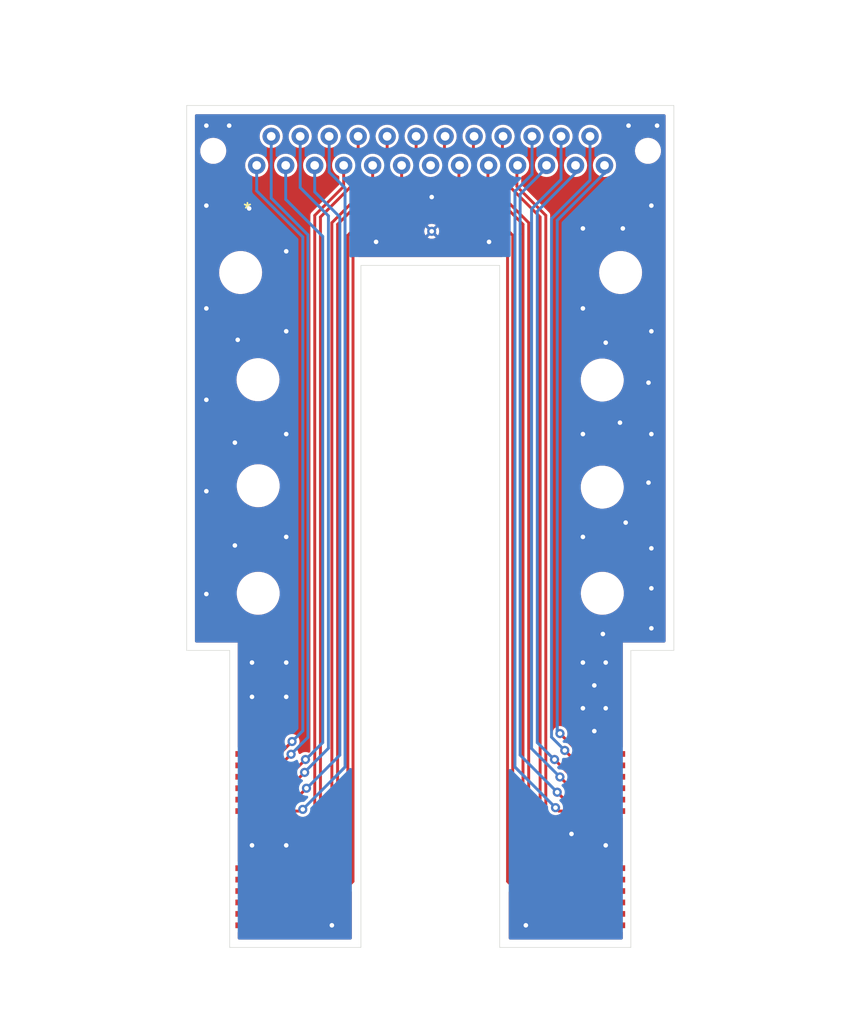
<source format=kicad_pcb>
(kicad_pcb (version 20211014) (generator pcbnew)
  (title_block (title "TcBox_template") (date "2024-07-29") (rev "v1.0") (company "Berkeley Lab") (comment 1 "Logan Foote, RMDCarney"))
  (layers (0 "F.Cu" signal) (31 "B.Cu" signal) (34 "B.Paste" user) (35 "F.Paste" user) (36 "B.SilkS" user "B.Silkscreen") (37 "F.SilkS" user "F.Silkscreen") (38 "B.Mask" user) (39 "F.Mask" user) (44 "Edge.Cuts" user))
  (net 0 "")
  (net 1 "/Ch0_0")
  (net 2 "/Ch0_1")
  (net 3 "/Ch0_2")
  (net 4 "/Ch0_3")
  (net 5 "/Ch0_4")
  (net 6 "/Ch0_5")
  (net 7 "/Ch1_0")
  (net 8 "/Ch1_1")
  (net 9 "/Ch1_2")
  (net 10 "/Ch1_3")
  (net 11 "/Ch1_4")
  (net 12 "/Ch1_5")
  (net 13 "/Ch2_0")
  (net 14 "/Ch2_1")
  (net 15 "/Ch2_2")
  (net 16 "/Ch2_3")
  (net 17 "/Ch2_4")
  (net 18 "/Ch2_5")
  (net 19 "/Ch3_0")
  (net 20 "/Ch3_1")
  (net 21 "/Ch3_2")
  (net 22 "/Ch3_3")
  (net 23 "/Ch3_4")
  (net 24 "/Ch3_5")
  (net 26 "/coldMount")
  (footprint "coldMount_footprints_src:WB_pad_6ch" (layer "F.Cu") (at 135.54418 118.5 -90)
    (fp_text reference "J3" hide)
    (fp_text value "Conn_01x06_Male" hide)
    (pad "1" connect rect (at -2.5 0 270) (size 0.5 4) (layers "F.Cu" "F.Mask") (net 7 "/Ch1_0"))
    (pad "2" connect rect (at -1.5 0 270) (size 0.5 4) (layers "F.Cu" "F.Mask") (net 8 "/Ch1_1"))
    (pad "3" connect rect (at -0.5 0 270) (size 0.5 4) (layers "F.Cu" "F.Mask") (net 9 "/Ch1_2"))
    (pad "4" connect rect (at 0.5 0 270) (size 0.5 4) (layers "F.Cu" "F.Mask") (net 10 "/Ch1_3"))
    (pad "5" connect rect (at 1.5 0 270) (size 0.5 4) (layers "F.Cu" "F.Mask") (net 11 "/Ch1_4"))
    (pad "6" connect rect (at 2.5 0 270) (size 0.5 4) (layers "F.Cu" "F.Mask") (net 12 "/Ch1_5"))
  )
  (footprint "coldMount_footprints_src:4-40Clearance" (layer "F.Cu") (at 135.54354 82.52076)
    (fp_text reference "H3" hide)
    (fp_text value "MountingHole" hide)
    (pad "" np_thru_hole circle (at 0 0) (size 3.2639 3.2639) (drill 3.2639) (layers F&B.Cu *.Mask))
  )
  (footprint "coldMount_footprints_src:WB_pad_6ch" (layer "F.Cu") (at 165.70418 108.5 90)
    (fp_text reference "J5" hide)
    (fp_text value "Conn_01x06_Male" hide)
    (pad "1" connect rect (at -2.5 0 90) (size 0.5 4) (layers "F.Cu" "F.Mask") (net 19 "/Ch3_0"))
    (pad "2" connect rect (at -1.5 0 90) (size 0.5 4) (layers "F.Cu" "F.Mask") (net 20 "/Ch3_1"))
    (pad "3" connect rect (at -0.5 0 90) (size 0.5 4) (layers "F.Cu" "F.Mask") (net 21 "/Ch3_2"))
    (pad "4" connect rect (at 0.5 0 90) (size 0.5 4) (layers "F.Cu" "F.Mask") (net 22 "/Ch3_3"))
    (pad "5" connect rect (at 1.5 0 90) (size 0.5 4) (layers "F.Cu" "F.Mask") (net 23 "/Ch3_4"))
    (pad "6" connect rect (at 2.5 0 90) (size 0.5 4) (layers "F.Cu" "F.Mask") (net 24 "/Ch3_5"))
  )
  (footprint "coldMount_footprints_src:4-40Clearance" (layer "F.Cu") (at 165.69586 73.26852)
    (fp_text reference "H6" hide)
    (fp_text value "MountingHole" hide)
    (pad "" np_thru_hole circle (at 0 0) (size 3.2639 3.2639) (drill 3.2639) (layers F&B.Cu *.Mask))
  )
  (footprint "coldMount_footprints_src:WB_pad_6ch" (layer "F.Cu") (at 135.54418 108.5 -90)
    (fp_text reference "J2" hide)
    (fp_text value "Conn_01x06_Male" hide)
    (pad "1" connect rect (at -2.5 0 270) (size 0.5 4) (layers "F.Cu" "F.Mask") (net 1 "/Ch0_0"))
    (pad "2" connect rect (at -1.5 0 270) (size 0.5 4) (layers "F.Cu" "F.Mask") (net 2 "/Ch0_1"))
    (pad "3" connect rect (at -0.5 0 270) (size 0.5 4) (layers "F.Cu" "F.Mask") (net 3 "/Ch0_2"))
    (pad "4" connect rect (at 0.5 0 270) (size 0.5 4) (layers "F.Cu" "F.Mask") (net 4 "/Ch0_3"))
    (pad "5" connect rect (at 1.5 0 270) (size 0.5 4) (layers "F.Cu" "F.Mask") (net 5 "/Ch0_4"))
    (pad "6" connect rect (at 2.5 0 270) (size 0.5 4) (layers "F.Cu" "F.Mask") (net 6 "/Ch0_5"))
  )
  (footprint "coldMount_footprints_src:4-40Clearance" (layer "F.Cu") (at 167.30418 63.85618)
    (fp_text reference "H5" hide)
    (fp_text value "MountingHole" hide)
    (pad "" np_thru_hole circle (at 0 0) (size 3.2639 3.2639) (drill 3.2639) (layers F&B.Cu *.Mask))
  )
  (footprint "coldMount_footprints_src:WB_pad_6ch" (layer "F.Cu") (at 165.70418 118.5 90)
    (fp_text reference "J4" hide)
    (fp_text value "Conn_01x06_Male" hide)
    (pad "1" connect rect (at -2.5 0 90) (size 0.5 4) (layers "F.Cu" "F.Mask") (net 13 "/Ch2_0"))
    (pad "2" connect rect (at -1.5 0 90) (size 0.5 4) (layers "F.Cu" "F.Mask") (net 14 "/Ch2_1"))
    (pad "3" connect rect (at -0.5 0 90) (size 0.5 4) (layers "F.Cu" "F.Mask") (net 15 "/Ch2_2"))
    (pad "4" connect rect (at 0.5 0 90) (size 0.5 4) (layers "F.Cu" "F.Mask") (net 16 "/Ch2_3"))
    (pad "5" connect rect (at 1.5 0 90) (size 0.5 4) (layers "F.Cu" "F.Mask") (net 17 "/Ch2_4"))
    (pad "6" connect rect (at 2.5 0 90) (size 0.5 4) (layers "F.Cu" "F.Mask") (net 18 "/Ch2_5"))
  )
  (footprint "coldMount_footprints_src:4-40Clearance" (layer "F.Cu") (at 165.69586 82.6439)
    (fp_text reference "H7" hide)
    (fp_text value "MountingHole" hide)
    (pad "" np_thru_hole circle (at 0 0) (size 3.2639 3.2639) (drill 3.2639) (layers F&B.Cu *.Mask))
  )
  (footprint "coldMount_footprints_src:4-40Clearance" (layer "F.Cu") (at 135.52576 73.23828)
    (fp_text reference "H2" hide)
    (fp_text value "MountingHole" hide)
    (pad "" np_thru_hole circle (at 0 0) (size 3.2639 3.2639) (drill 3.2639) (layers F&B.Cu *.Mask))
  )
  (footprint "coldMount_footprints_src:thruVia" (layer "F.Cu") (at 150.75 60.25)
    (fp_text reference "R1" hide)
    (fp_text value "DNF (short)" hide)
    (pad "1" thru_hole circle (at 0 0) (size 0.8 0.8) (drill 0.4) (layers *.Cu *.Mask) (net 26 "/coldMount"))
  )
  (footprint "coldMount_footprints_src:4-40Clearance" (layer "F.Cu") (at 135.54418 91.93618)
    (fp_text reference "H4" hide)
    (fp_text value "MountingHole" hide)
    (pad "" np_thru_hole circle (at 0 0) (size 3.2639 3.2639) (drill 3.2639) (layers F&B.Cu *.Mask))
  )
  (footprint "coldMount_footprints_src:4-40Clearance" (layer "F.Cu") (at 165.70418 91.93618)
    (fp_text reference "H8" hide)
    (fp_text value "MountingHole" hide)
    (pad "" np_thru_hole circle (at 0 0) (size 3.2639 3.2639) (drill 3.2639) (layers F&B.Cu *.Mask))
  )
  (footprint "coldMount_footprints_src:4-40Clearance" (layer "F.Cu") (at 134.00418 63.85618)
    (fp_text reference "H1" hide)
    (fp_text value "MountingHole" hide)
    (pad "" np_thru_hole circle (at 0 0) (size 3.2639 3.2639) (drill 3.2639) (layers F&B.Cu *.Mask))
  )
  (footprint "coldMount_footprints_src:MDM25-SBSP" (layer "B.Cu") (at 150.65418 54.47618 180)
    (fp_text reference "J1" hide)
    (fp_text value "Conn_01x25" hide)
    (pad "" np_thru_hole circle (at 19.05 1.27 180) (size 1.778 1.778) (drill 1.778) (layers F&B.Cu *.Mask))
    (pad "" np_thru_hole circle (at -19.05 1.27 180) (size 1.778 1.778) (drill 1.778) (layers F&B.Cu *.Mask))
    (pad "1" thru_hole circle (at 15.24 0 180) (size 1.524 1.524) (drill 0.762) (layers F&B.Cu *.Mask) (net 1 "/Ch0_0"))
    (pad "2" thru_hole circle (at 12.7 0 180) (size 1.524 1.524) (drill 0.762) (layers F&B.Cu *.Mask) (net 3 "/Ch0_2"))
    (pad "3" thru_hole circle (at 10.16 0 180) (size 1.524 1.524) (drill 0.762) (layers F&B.Cu *.Mask) (net 5 "/Ch0_4"))
    (pad "4" thru_hole circle (at 7.62 0 180) (size 1.524 1.524) (drill 0.762) (layers F&B.Cu *.Mask) (net 7 "/Ch1_0"))
    (pad "5" thru_hole circle (at 5.08 0 180) (size 1.524 1.524) (drill 0.762) (layers F&B.Cu *.Mask) (net 9 "/Ch1_2"))
    (pad "6" thru_hole circle (at 2.54 0 180) (size 1.524 1.524) (drill 0.762) (layers F&B.Cu *.Mask) (net 11 "/Ch1_4"))
    (pad "7" thru_hole circle (at 0 0 180) (size 1.524 1.524) (drill 0.762) (layers F&B.Cu *.Mask))
    (pad "8" thru_hole circle (at -2.54 0 180) (size 1.524 1.524) (drill 0.762) (layers F&B.Cu *.Mask) (net 14 "/Ch2_1"))
    (pad "9" thru_hole circle (at -5.08 0 180) (size 1.524 1.524) (drill 0.762) (layers F&B.Cu *.Mask) (net 16 "/Ch2_3"))
    (pad "10" thru_hole circle (at -7.62 0 180) (size 1.524 1.524) (drill 0.762) (layers F&B.Cu *.Mask) (net 18 "/Ch2_5"))
    (pad "11" thru_hole circle (at -10.16 0 180) (size 1.524 1.524) (drill 0.762) (layers F&B.Cu *.Mask) (net 20 "/Ch3_1"))
    (pad "12" thru_hole circle (at -12.7 0 180) (size 1.524 1.524) (drill 0.762) (layers F&B.Cu *.Mask) (net 22 "/Ch3_3"))
    (pad "13" thru_hole circle (at -15.24 0 180) (size 1.524 1.524) (drill 0.762) (layers F&B.Cu *.Mask) (net 24 "/Ch3_5"))
    (pad "14" thru_hole circle (at 13.97 2.54 180) (size 1.524 1.524) (drill 0.762) (layers F&B.Cu *.Mask) (net 2 "/Ch0_1"))
    (pad "15" thru_hole circle (at 11.43 2.54 180) (size 1.524 1.524) (drill 0.762) (layers F&B.Cu *.Mask) (net 4 "/Ch0_3"))
    (pad "16" thru_hole circle (at 8.89 2.54 180) (size 1.524 1.524) (drill 0.762) (layers F&B.Cu *.Mask) (net 6 "/Ch0_5"))
    (pad "17" thru_hole circle (at 6.35 2.54 180) (size 1.524 1.524) (drill 0.762) (layers F&B.Cu *.Mask) (net 8 "/Ch1_1"))
    (pad "18" thru_hole circle (at 3.81 2.54 180) (size 1.524 1.524) (drill 0.762) (layers F&B.Cu *.Mask) (net 10 "/Ch1_3"))
    (pad "19" thru_hole circle (at 1.27 2.54 180) (size 1.524 1.524) (drill 0.762) (layers F&B.Cu *.Mask) (net 12 "/Ch1_5"))
    (pad "20" thru_hole circle (at -1.27 2.54 180) (size 1.524 1.524) (drill 0.762) (layers F&B.Cu *.Mask) (net 13 "/Ch2_0"))
    (pad "21" thru_hole circle (at -3.81 2.54 180) (size 1.524 1.524) (drill 0.762) (layers F&B.Cu *.Mask) (net 15 "/Ch2_2"))
    (pad "22" thru_hole circle (at -6.35 2.54 180) (size 1.524 1.524) (drill 0.762) (layers F&B.Cu *.Mask) (net 17 "/Ch2_4"))
    (pad "23" thru_hole circle (at -8.89 2.54 180) (size 1.524 1.524) (drill 0.762) (layers F&B.Cu *.Mask) (net 19 "/Ch3_0"))
    (pad "24" thru_hole circle (at -11.43 2.54 180) (size 1.524 1.524) (drill 0.762) (layers F&B.Cu *.Mask) (net 21 "/Ch3_2"))
    (pad "25" thru_hole circle (at -13.97 2.54 180) (size 1.524 1.524) (drill 0.762) (layers F&B.Cu *.Mask) (net 23 "/Ch3_4"))
  )
  (gr_line (start 133.04418 122.93618) (end 144.54418 122.93618) (layer "Edge.Cuts") (width 0.05))
  (gr_line (start 171.97418 49.23618) (end 171.97418 96.93618) (layer "Edge.Cuts") (width 0.05))
  (gr_line (start 144.54418 63.23618) (end 144.54418 122.93618) (layer "Edge.Cuts") (width 0.05))
  (gr_line (start 144.54418 63.23618) (end 156.70418 63.23618) (layer "Edge.Cuts") (width 0.05))
  (gr_line (start 133.04418 96.93618) (end 133.04418 122.93618) (layer "Edge.Cuts") (width 0.05))
  (gr_line (start 129.27418 49.23618) (end 129.27418 96.93618) (layer "Edge.Cuts") (width 0.05))
  (gr_line (start 168.20418 96.93618) (end 171.97418 96.93618) (layer "Edge.Cuts") (width 0.05))
  (gr_line (start 129.27418 96.93618) (end 133.04418 96.93618) (layer "Edge.Cuts") (width 0.05))
  (gr_line (start 129.27418 49.23618) (end 171.97418 49.23618) (layer "Edge.Cuts") (width 0.05))
  (gr_line (start 156.70418 63.23618) (end 156.70418 122.93618) (layer "Edge.Cuts") (width 0.05))
  (gr_line (start 168.20418 96.93618) (end 168.20418 122.93618) (layer "Edge.Cuts") (width 0.05))
  (gr_line (start 156.70418 122.93618) (end 168.20418 122.93618) (layer "Edge.Cuts") (width 0.05))
  (gr_text "*" (at 134.6 58.3) (layer "F.SilkS") (effects (font (size 1 1))))
  (segment (start 135.54418 106) (end 137.422572 106) (width 0.254) (layer "F.Cu") (net 1))
  (segment (start 137.422572 106) (end 138.511286 104.911286) (width 0.254) (layer "F.Cu") (net 1))
  (via (at 138.511286 104.911286) (size 0.8) (drill 0.4) (layers "F.Cu" "B.Cu") (net 1))
  (segment (start 139.45 103.972572) (end 139.45 60.75) (width 0.254) (layer "B.Cu") (net 1))
  (segment (start 138.511286 104.911286) (end 139.45 103.972572) (width 0.254) (layer "B.Cu") (net 1))
  (segment (start 135.41418 56.68582) (end 135.41418 54.47618) (width 0.254) (layer "B.Cu") (net 1))
  (segment (start 139.45 60.75) (end 135.4 56.7) (width 0.254) (layer "B.Cu") (net 1))
  (segment (start 135.4 56.7) (end 135.41418 56.68582) (width 0.254) (layer "B.Cu") (net 1))
  (segment (start 137.45 107) (end 138.425 106.025) (width 0.254) (layer "F.Cu") (net 2))
  (segment (start 135.54418 107) (end 137.45 107) (width 0.254) (layer "F.Cu") (net 2))
  (via (at 138.425 106.025) (size 0.8) (drill 0.4) (layers "F.Cu" "B.Cu") (net 2))
  (segment (start 136.68418 57.342128) (end 136.68418 51.93618) (width 0.254) (layer "B.Cu") (net 2))
  (segment (start 139.425 105.025) (end 138.425 106.025) (width 0.254) (layer "B.Cu") (net 2))
  (segment (start 139.904 60.561948) (end 136.68418 57.342128) (width 0.254) (layer "B.Cu") (net 2))
  (segment (start 139.904 104.546) (end 139.904 60.561948) (width 0.254) (layer "B.Cu") (net 2))
  (segment (start 139.425 105.025) (end 139.904 104.546) (width 0.254) (layer "B.Cu") (net 2))
  (segment (start 138.172572 108) (end 139.686286 106.486286) (width 0.254) (layer "F.Cu") (net 3))
  (segment (start 135.54418 108) (end 138.172572 108) (width 0.254) (layer "F.Cu") (net 3))
  (via (at 139.686286 106.486286) (size 0.8) (drill 0.4) (layers "F.Cu" "B.Cu") (net 3))
  (segment (start 137.95418 54.47618) (end 137.95418 57.45418) (width 0.254) (layer "B.Cu") (net 3))
  (segment (start 141.2 105) (end 139.713714 106.486286) (width 0.254) (layer "B.Cu") (net 3))
  (segment (start 141.2 60.7) (end 141.2 105) (width 0.254) (layer "B.Cu") (net 3))
  (segment (start 139.713714 106.486286) (end 139.686286 106.486286) (width 0.254) (layer "B.Cu") (net 3))
  (segment (start 137.95418 57.45418) (end 141.2 60.7) (width 0.254) (layer "B.Cu") (net 3))
  (segment (start 138.227428 109) (end 139.613714 107.613714) (width 0.254) (layer "F.Cu") (net 4))
  (segment (start 135.54418 109) (end 138.227428 109) (width 0.254) (layer "F.Cu") (net 4))
  (via (at 139.613714 107.613714) (size 0.8) (drill 0.4) (layers "F.Cu" "B.Cu") (net 4))
  (segment (start 139.613714 107.586286) (end 141.7 105.5) (width 0.254) (layer "B.Cu") (net 4))
  (segment (start 141.7 105.5) (end 141.7 58.9) (width 0.254) (layer "B.Cu") (net 4))
  (segment (start 139.22418 56.42418) (end 139.22418 51.93618) (width 0.254) (layer "B.Cu") (net 4))
  (segment (start 139.613714 107.613714) (end 139.613714 107.586286) (width 0.254) (layer "B.Cu") (net 4))
  (segment (start 141.7 58.9) (end 139.22418 56.42418) (width 0.254) (layer "B.Cu") (net 4))
  (segment (start 138.7735 110) (end 139.7735 109) (width 0.254) (layer "F.Cu") (net 5))
  (segment (start 135.54418 110) (end 138.7735 110) (width 0.254) (layer "F.Cu") (net 5))
  (via (at 139.7735 109) (size 0.8) (drill 0.4) (layers "F.Cu" "B.Cu") (net 5))
  (segment (start 139.7735 109) (end 139.8 109) (width 0.254) (layer "B.Cu") (net 5))
  (segment (start 142.7 106.1) (end 142.7 59) (width 0.254) (layer "B.Cu") (net 5))
  (segment (start 139.8 109) (end 142.7 106.1) (width 0.254) (layer "B.Cu") (net 5))
  (segment (start 142.7 59) (end 142.6 58.9) (width 0.254) (layer "B.Cu") (net 5))
  (segment (start 140.49418 56.79418) (end 142.6 58.9) (width 0.254) (layer "B.Cu") (net 5))
  (segment (start 140.49418 54.47618) (end 140.49418 56.79418) (width 0.254) (layer "B.Cu") (net 5))
  (segment (start 139.3 111) (end 135.54418 111) (width 0.25) (layer "F.Cu") (net 6))
  (segment (start 139.45 110.85) (end 139.3 111) (width 0.25) (layer "F.Cu") (net 6))
  (via (at 139.45 110.85) (size 0.8) (drill 0.4) (layers "F.Cu" "B.Cu") (net 6))
  (segment (start 142.175 108.125) (end 140.2625 110.0375) (width 0.254) (layer "B.Cu") (net 6))
  (segment (start 140.2625 110.0375) (end 139.45 110.85) (width 0.25) (layer "B.Cu") (net 6))
  (segment (start 141.76418 55.06418) (end 141.76418 51.93618) (width 0.254) (layer "B.Cu") (net 6))
  (segment (start 142.175 108.125) (end 143.154 107.146) (width 0.254) (layer "B.Cu") (net 6))
  (segment (start 143.05 107.25) (end 142.175 108.125) (width 0.254) (layer "B.Cu") (net 6))
  (segment (start 143.154 107.146) (end 143.154 56.454) (width 0.254) (layer "B.Cu") (net 6))
  (segment (start 143.05 107.25) (end 143.154 107.146) (width 0.254) (layer "B.Cu") (net 6))
  (segment (start 143.154 56.454) (end 141.76418 55.06418) (width 0.254) (layer "B.Cu") (net 6))
  (segment (start 143.03418 56.323768) (end 143.03418 54.47618) (width 0.254) (layer "F.Cu") (net 7))
  (segment (start 140.5 114) (end 140.5 58.857948) (width 0.254) (layer "F.Cu") (net 7))
  (segment (start 140.5 58.857948) (end 143.03418 56.323768) (width 0.254) (layer "F.Cu") (net 7))
  (segment (start 138.5 116) (end 140.5 114) (width 0.254) (layer "F.Cu") (net 7))
  (segment (start 135.54418 116) (end 138.5 116) (width 0.254) (layer "F.Cu") (net 7))
  (segment (start 144.30418 51.93618) (end 144.30418 55.69582) (width 0.254) (layer "F.Cu") (net 8))
  (segment (start 141 114.5) (end 138.5 117) (width 0.254) (layer "F.Cu") (net 8))
  (segment (start 138.5 117) (end 135.54418 117) (width 0.254) (layer "F.Cu") (net 8))
  (segment (start 144.30418 55.69582) (end 141 59) (width 0.254) (layer "F.Cu") (net 8))
  (segment (start 141 59) (end 141 114.5) (width 0.254) (layer "F.Cu") (net 8))
  (segment (start 142 115) (end 142 59.5) (width 0.254) (layer "F.Cu") (net 9))
  (segment (start 142 59.5) (end 145.57418 55.92582) (width 0.254) (layer "F.Cu") (net 9))
  (segment (start 135.54418 118) (end 139 118) (width 0.254) (layer "F.Cu") (net 9))
  (segment (start 145.57418 55.92582) (end 145.57418 54.47618) (width 0.254) (layer "F.Cu") (net 9))
  (segment (start 139 118) (end 142 115) (width 0.254) (layer "F.Cu") (net 9))
  (segment (start 142.5 59.642052) (end 146.84418 55.297872) (width 0.254) (layer "F.Cu") (net 10))
  (segment (start 135.54418 119) (end 139 119) (width 0.254) (layer "F.Cu") (net 10))
  (segment (start 139 119) (end 142.5 115.5) (width 0.254) (layer "F.Cu") (net 10))
  (segment (start 142.5 115.5) (end 142.5 59.642052) (width 0.254) (layer "F.Cu") (net 10))
  (segment (start 146.84418 55.297872) (end 146.84418 51.93618) (width 0.254) (layer "F.Cu") (net 10))
  (segment (start 143.4 60.6) (end 148.11418 55.88582) (width 0.254) (layer "F.Cu") (net 11))
  (segment (start 148.11418 55.88582) (end 148.11418 54.47618) (width 0.254) (layer "F.Cu") (net 11))
  (segment (start 139.5 120) (end 143.4 116.1) (width 0.254) (layer "F.Cu") (net 11))
  (segment (start 143.4 116.1) (end 143.4 60.6) (width 0.254) (layer "F.Cu") (net 11))
  (segment (start 135.54418 120) (end 139.5 120) (width 0.254) (layer "F.Cu") (net 11))
  (segment (start 142.875 118.125) (end 140 121) (width 0.254) (layer "F.Cu") (net 12))
  (segment (start 143.854 60.788052) (end 149.38418 55.257872) (width 0.254) (layer "F.Cu") (net 12))
  (segment (start 143.75 117.25) (end 143.854 117.146) (width 0.254) (layer "F.Cu") (net 12))
  (segment (start 140 121) (end 135.54418 121) (width 0.254) (layer "F.Cu") (net 12))
  (segment (start 142.875 118.125) (end 143.854 117.146) (width 0.254) (layer "F.Cu") (net 12))
  (segment (start 149.38418 55.257872) (end 149.38418 51.93618) (width 0.254) (layer "F.Cu") (net 12))
  (segment (start 143.854 117.146) (end 143.854 60.788052) (width 0.254) (layer "F.Cu") (net 12))
  (segment (start 143.75 117.25) (end 142.875 118.125) (width 0.254) (layer "F.Cu") (net 12))
  (segment (start 158.375 118.125) (end 157.396 117.146) (width 0.254) (layer "F.Cu") (net 13))
  (segment (start 157.5 117.25) (end 157.396 117.146) (width 0.254) (layer "F.Cu") (net 13))
  (segment (start 158.375 118.125) (end 161.25 121) (width 0.254) (layer "F.Cu") (net 13))
  (segment (start 157.396 117.146) (end 157.396 60.788052) (width 0.254) (layer "F.Cu") (net 13))
  (segment (start 151.86582 55.257872) (end 151.86582 51.93618) (width 0.254) (layer "F.Cu") (net 13))
  (segment (start 161.25 121) (end 165.70582 121) (width 0.254) (layer "F.Cu") (net 13))
  (segment (start 157.396 60.788052) (end 151.86582 55.257872) (width 0.254) (layer "F.Cu") (net 13))
  (segment (start 157.5 117.25) (end 158.375 118.125) (width 0.254) (layer "F.Cu") (net 13))
  (segment (start 157.85 116.1) (end 157.85 60.6) (width 0.254) (layer "F.Cu") (net 14))
  (segment (start 153.13582 55.88582) (end 153.13582 54.47618) (width 0.254) (layer "F.Cu") (net 14))
  (segment (start 157.85 60.6) (end 153.13582 55.88582) (width 0.254) (layer "F.Cu") (net 14))
  (segment (start 165.70582 120) (end 161.75 120) (width 0.254) (layer "F.Cu") (net 14))
  (segment (start 161.75 120) (end 157.85 116.1) (width 0.254) (layer "F.Cu") (net 14))
  (segment (start 162.25 119) (end 158.75 115.5) (width 0.254) (layer "F.Cu") (net 15))
  (segment (start 158.75 115.5) (end 158.75 59.642052) (width 0.254) (layer "F.Cu") (net 15))
  (segment (start 154.40582 55.297872) (end 154.40582 51.93618) (width 0.254) (layer "F.Cu") (net 15))
  (segment (start 165.70582 119) (end 162.25 119) (width 0.254) (layer "F.Cu") (net 15))
  (segment (start 158.75 59.642052) (end 154.40582 55.297872) (width 0.254) (layer "F.Cu") (net 15))
  (segment (start 159.25 59.5) (end 155.67582 55.92582) (width 0.254) (layer "F.Cu") (net 16))
  (segment (start 155.67582 55.92582) (end 155.67582 54.47618) (width 0.254) (layer "F.Cu") (net 16))
  (segment (start 162.25 118) (end 159.25 115) (width 0.254) (layer "F.Cu") (net 16))
  (segment (start 159.25 115) (end 159.25 59.5) (width 0.254) (layer "F.Cu") (net 16))
  (segment (start 165.70582 118) (end 162.25 118) (width 0.254) (layer "F.Cu") (net 16))
  (segment (start 162.75 117) (end 165.70582 117) (width 0.254) (layer "F.Cu") (net 17))
  (segment (start 160.25 59) (end 160.25 114.5) (width 0.254) (layer "F.Cu") (net 17))
  (segment (start 156.94582 51.93618) (end 156.94582 55.69582) (width 0.254) (layer "F.Cu") (net 17))
  (segment (start 160.25 114.5) (end 162.75 117) (width 0.254) (layer "F.Cu") (net 17))
  (segment (start 156.94582 55.69582) (end 160.25 59) (width 0.254) (layer "F.Cu") (net 17))
  (segment (start 160.75 114) (end 160.75 58.857948) (width 0.254) (layer "F.Cu") (net 18))
  (segment (start 160.75 58.857948) (end 158.21582 56.323768) (width 0.254) (layer "F.Cu") (net 18))
  (segment (start 165.70582 116) (end 162.75 116) (width 0.254) (layer "F.Cu") (net 18))
  (segment (start 162.75 116) (end 160.75 114) (width 0.254) (layer "F.Cu") (net 18))
  (segment (start 158.21582 56.323768) (end 158.21582 54.47618) (width 0.254) (layer "F.Cu") (net 18))
  (segment (start 161.9 111) (end 161.6 110.7) (width 0.254) (layer "F.Cu") (net 19))
  (segment (start 165.70418 111) (end 161.9 111) (width 0.254) (layer "F.Cu") (net 19))
  (via (at 161.6 110.7) (size 0.8) (drill 0.4) (layers "F.Cu" "B.Cu") (net 19))
  (segment (start 158.046 56.754) (end 159.54418 55.25582) (width 0.254) (layer "B.Cu") (net 19))
  (segment (start 158.15 107.25) (end 159.025 108.125) (width 0.254) (layer "B.Cu") (net 19))
  (segment (start 159.025 108.125) (end 158.046 107.146) (width 0.254) (layer "B.Cu") (net 19))
  (segment (start 159.54418 55.25582) (end 159.54418 51.93618) (width 0.254) (layer "B.Cu") (net 19))
  (segment (start 158.046 107.146) (end 158.046 56.754) (width 0.254) (layer "B.Cu") (net 19))
  (segment (start 158.15 107.25) (end 158.046 107.146) (width 0.254) (layer "B.Cu") (net 19))
  (segment (start 159.025 108.125) (end 161.6 110.7) (width 0.254) (layer "B.Cu") (net 19))
  (segment (start 165.70418 110) (end 162.4 110) (width 0.254) (layer "F.Cu") (net 20))
  (segment (start 162.4 110) (end 161.75 109.35) (width 0.254) (layer "F.Cu") (net 20))
  (via (at 161.75 109.35) (size 0.8) (drill 0.4) (layers "F.Cu" "B.Cu") (net 20))
  (segment (start 161.75 109.35) (end 158.5 106.1) (width 0.254) (layer "B.Cu") (net 20))
  (segment (start 160.81418 54.68582) (end 158.5 57) (width 0.254) (layer "B.Cu") (net 20))
  (segment (start 158.5 106.1) (end 158.5 60.5) (width 0.254) (layer "B.Cu") (net 20))
  (segment (start 158.5 57) (end 158.5 60.5) (width 0.254) (layer "B.Cu") (net 20))
  (segment (start 160.81418 54.47618) (end 160.81418 54.68582) (width 0.254) (layer "B.Cu") (net 20))
  (segment (start 162.972572 109) (end 161.986286 108.013714) (width 0.254) (layer "F.Cu") (net 21))
  (segment (start 165.70418 109) (end 162.972572 109) (width 0.254) (layer "F.Cu") (net 21))
  (via (at 161.986286 108.013714) (size 0.8) (drill 0.4) (layers "F.Cu" "B.Cu") (net 21))
  (segment (start 159.5 58.3) (end 162.08418 55.71582) (width 0.254) (layer "B.Cu") (net 21))
  (segment (start 161.986286 108.013714) (end 159.5 105.527428) (width 0.254) (layer "B.Cu") (net 21))
  (segment (start 162.08418 55.71582) (end 162.08418 51.93618) (width 0.254) (layer "B.Cu") (net 21))
  (segment (start 159.5 105.527428) (end 159.5 58.3) (width 0.254) (layer "B.Cu") (net 21))
  (segment (start 165.70418 108) (end 163.027428 108) (width 0.254) (layer "F.Cu") (net 22))
  (segment (start 163.027428 108) (end 161.513714 106.486286) (width 0.254) (layer "F.Cu") (net 22))
  (via (at 161.513714 106.486286) (size 0.8) (drill 0.4) (layers "F.Cu" "B.Cu") (net 22))
  (segment (start 163.35418 55.14582) (end 163.35418 54.47618) (width 0.254) (layer "B.Cu") (net 22))
  (segment (start 160 58.5) (end 163.35418 55.14582) (width 0.254) (layer "B.Cu") (net 22))
  (segment (start 161.513714 106.486286) (end 161.486286 106.486286) (width 0.254) (layer "B.Cu") (net 22))
  (segment (start 161.486286 106.486286) (end 160 105) (width 0.254) (layer "B.Cu") (net 22))
  (segment (start 160 105) (end 160 58.5) (width 0.254) (layer "B.Cu") (net 22))
  (segment (start 163.722572 107) (end 162.411286 105.688714) (width 0.254) (layer "F.Cu") (net 23))
  (segment (start 165.70418 107) (end 163.722572 107) (width 0.254) (layer "F.Cu") (net 23))
  (via (at 162.411286 105.688714) (size 0.8) (drill 0.4) (layers "F.Cu" "B.Cu") (net 23))
  (segment (start 161.25 59.15) (end 164.62418 55.77582) (width 0.254) (layer "B.Cu") (net 23))
  (segment (start 161.25 104.527428) (end 161.25 59.15) (width 0.254) (layer "B.Cu") (net 23))
  (segment (start 162.411286 105.688714) (end 161.25 104.527428) (width 0.254) (layer "B.Cu") (net 23))
  (segment (start 164.62418 55.77582) (end 164.62418 51.93618) (width 0.254) (layer "B.Cu") (net 23))
  (segment (start 163.777428 106) (end 161.989464 104.212036) (width 0.254) (layer "F.Cu") (net 24))
  (segment (start 165.70418 106) (end 163.777428 106) (width 0.254) (layer "F.Cu") (net 24))
  (via (at 161.989464 104.212036) (size 0.8) (drill 0.4) (layers "F.Cu" "B.Cu") (net 24))
  (segment (start 161.75 103.25) (end 161.75 103.972572) (width 0.254) (layer "B.Cu") (net 24))
  (segment (start 161.75 104) (end 161.75 103.25) (width 0.254) (layer "B.Cu") (net 24))
  (segment (start 161.75 103.972572) (end 161.989464 104.212036) (width 0.254) (layer "B.Cu") (net 24))
  (segment (start 165.836232 55.20582) (end 161.75 59.292052) (width 0.254) (layer "B.Cu") (net 24))
  (segment (start 165.89418 55.20582) (end 165.836232 55.20582) (width 0.254) (layer "B.Cu") (net 24))
  (segment (start 165.89418 54.47618) (end 165.89418 55.20582) (width 0.254) (layer "B.Cu") (net 24))
  (segment (start 161.75 59.292052) (end 161.75 103.25) (width 0.254) (layer "B.Cu") (net 24))
  (via (at 131 92) (size 0.8) (drill 0.4) (layers "F.Cu" "B.Cu") (net 26))
  (via (at 142 121) (size 0.8) (drill 0.4) (layers "F.Cu" "B.Cu") (net 26))
  (via (at 164 98) (size 0.8) (drill 0.4) (layers "F.Cu" "B.Cu") (net 26))
  (via (at 133.75 69.75) (size 0.8) (drill 0.4) (layers "F.Cu" "B.Cu") (net 26))
  (via (at 165 100) (size 0.8) (drill 0.4) (layers "F.Cu" "B.Cu") (net 26))
  (via (at 166 102) (size 0.8) (drill 0.4) (layers "F.Cu" "B.Cu") (net 26))
  (via (at 138 101) (size 0.8) (drill 0.4) (layers "F.Cu" "B.Cu") (net 26))
  (via (at 167.25 77) (size 0.8) (drill 0.4) (layers "F.Cu" "B.Cu") (net 26))
  (via (at 164 60) (size 0.8) (drill 0.4) (layers "F.Cu" "B.Cu") (net 26))
  (via (at 164 87) (size 0.8) (drill 0.4) (layers "F.Cu" "B.Cu") (net 26))
  (via (at 135 114) (size 0.8) (drill 0.4) (layers "F.Cu" "B.Cu") (net 26))
  (via (at 170 95) (size 0.8) (drill 0.4) (layers "F.Cu" "B.Cu") (net 26))
  (via (at 170 78) (size 0.8) (drill 0.4) (layers "F.Cu" "B.Cu") (net 26))
  (via (at 165 104) (size 0.8) (drill 0.4) (layers "F.Cu" "B.Cu") (net 26))
  (via (at 145.875 61.175) (size 0.8) (drill 0.4) (layers "F.Cu" "B.Cu") (net 26))
  (via (at 170.5 51) (size 0.8) (drill 0.4) (layers "F.Cu" "B.Cu") (net 26))
  (via (at 138 62) (size 0.8) (drill 0.4) (layers "F.Cu" "B.Cu") (net 26))
  (via (at 138 87) (size 0.8) (drill 0.4) (layers "F.Cu" "B.Cu") (net 26))
  (via (at 138 114) (size 0.8) (drill 0.4) (layers "F.Cu" "B.Cu") (net 26))
  (via (at 155.775 61.175) (size 0.8) (drill 0.4) (layers "F.Cu" "B.Cu") (net 26))
  (via (at 138 78) (size 0.8) (drill 0.4) (layers "F.Cu" "B.Cu") (net 26))
  (via (at 131 51) (size 0.8) (drill 0.4) (layers "F.Cu" "B.Cu") (net 26))
  (via (at 167.75 85.75) (size 0.8) (drill 0.4) (layers "F.Cu" "B.Cu") (net 26))
  (via (at 165.75 95.5) (size 0.8) (drill 0.4) (layers "F.Cu" "B.Cu") (net 26))
  (via (at 163 113) (size 0.8) (drill 0.4) (layers "F.Cu" "B.Cu") (net 26))
  (via (at 170 88) (size 0.8) (drill 0.4) (layers "F.Cu" "B.Cu") (net 26))
  (via (at 166 114) (size 0.8) (drill 0.4) (layers "F.Cu" "B.Cu") (net 26))
  (via (at 164 102) (size 0.8) (drill 0.4) (layers "F.Cu" "B.Cu") (net 26))
  (via (at 133 51) (size 0.8) (drill 0.4) (layers "F.Cu" "B.Cu") (net 26))
  (via (at 138 98) (size 0.8) (drill 0.4) (layers "F.Cu" "B.Cu") (net 26))
  (via (at 131 83) (size 0.8) (drill 0.4) (layers "F.Cu" "B.Cu") (net 26))
  (via (at 170 91.5) (size 0.8) (drill 0.4) (layers "F.Cu" "B.Cu") (net 26))
  (via (at 168 51) (size 0.8) (drill 0.4) (layers "F.Cu" "B.Cu") (net 26))
  (via (at 167.5 60) (size 0.8) (drill 0.4) (layers "F.Cu" "B.Cu") (net 26))
  (via (at 135 98) (size 0.8) (drill 0.4) (layers "F.Cu" "B.Cu") (net 26))
  (via (at 133.5 87.75) (size 0.8) (drill 0.4) (layers "F.Cu" "B.Cu") (net 26))
  (via (at 131 58) (size 0.8) (drill 0.4) (layers "F.Cu" "B.Cu") (net 26))
  (via (at 170 58) (size 0.8) (drill 0.4) (layers "F.Cu" "B.Cu") (net 26))
  (via (at 131 75) (size 0.8) (drill 0.4) (layers "F.Cu" "B.Cu") (net 26))
  (via (at 150.75 57.25) (size 0.8) (drill 0.4) (layers "F.Cu" "B.Cu") (net 26))
  (via (at 133.5 78.75) (size 0.8) (drill 0.4) (layers "F.Cu" "B.Cu") (net 26))
  (via (at 159 121) (size 0.8) (drill 0.4) (layers "F.Cu" "B.Cu") (net 26))
  (via (at 138 69) (size 0.8) (drill 0.4) (layers "F.Cu" "B.Cu") (net 26))
  (via (at 135 101) (size 0.8) (drill 0.4) (layers "F.Cu" "B.Cu") (net 26))
  (via (at 166 70) (size 0.8) (drill 0.4) (layers "F.Cu" "B.Cu") (net 26))
  (via (at 164 78) (size 0.8) (drill 0.4) (layers "F.Cu" "B.Cu") (net 26))
  (via (at 131 67) (size 0.8) (drill 0.4) (layers "F.Cu" "B.Cu") (net 26))
  (via (at 170 69) (size 0.8) (drill 0.4) (layers "F.Cu" "B.Cu") (net 26))
  (via (at 169.75 73.5) (size 0.8) (drill 0.4) (layers "F.Cu" "B.Cu") (net 26))
  (via (at 166 98) (size 0.8) (drill 0.4) (layers "F.Cu" "B.Cu") (net 26))
  (via (at 169.75 82.25) (size 0.8) (drill 0.4) (layers "F.Cu" "B.Cu") (net 26))
  (via (at 134.75 58.25) (size 0.8) (drill 0.4) (layers "F.Cu" "B.Cu") (net 26))
  (via (at 164 67) (size 0.8) (drill 0.4) (layers "F.Cu" "B.Cu") (net 26))
  (zone (net 26) (net_name "/coldMount") (layer "F.Cu") (name "mountingPlate") (connect_pads (clearance 0.254)) (min_thickness 0.254) (fill yes (thermal_gap 0.254) (thermal_bridge_width 0.254))
    (polygon (pts (xy 171.25 96.25) (xy 167.5 96.25) (xy 167.5 122.25) (xy 157.5 122.25) (xy 157.5 62.5) (xy 143.75 62.5) (xy 143.75 122.25) (xy 133.75 122.25) (xy 133.75 96.25) (xy 130 96.25) (xy 130 50) (xy 171.25 50)))
  )
  (zone (net 26) (net_name "/coldMount") (layer "B.Cu") (name "mountingPlate") (connect_pads (clearance 0.254)) (min_thickness 0.254) (fill yes (thermal_gap 0.254) (thermal_bridge_width 0.254))
    (polygon (pts (xy 171.25 96.25) (xy 167.5 96.25) (xy 167.5 122.25) (xy 157.5 122.25) (xy 157.5 62.5) (xy 143.75 62.5) (xy 143.75 122.25) (xy 133.75 122.25) (xy 133.75 96.25) (xy 130 96.25) (xy 130 50) (xy 171.25 50)))
  )
)
</source>
